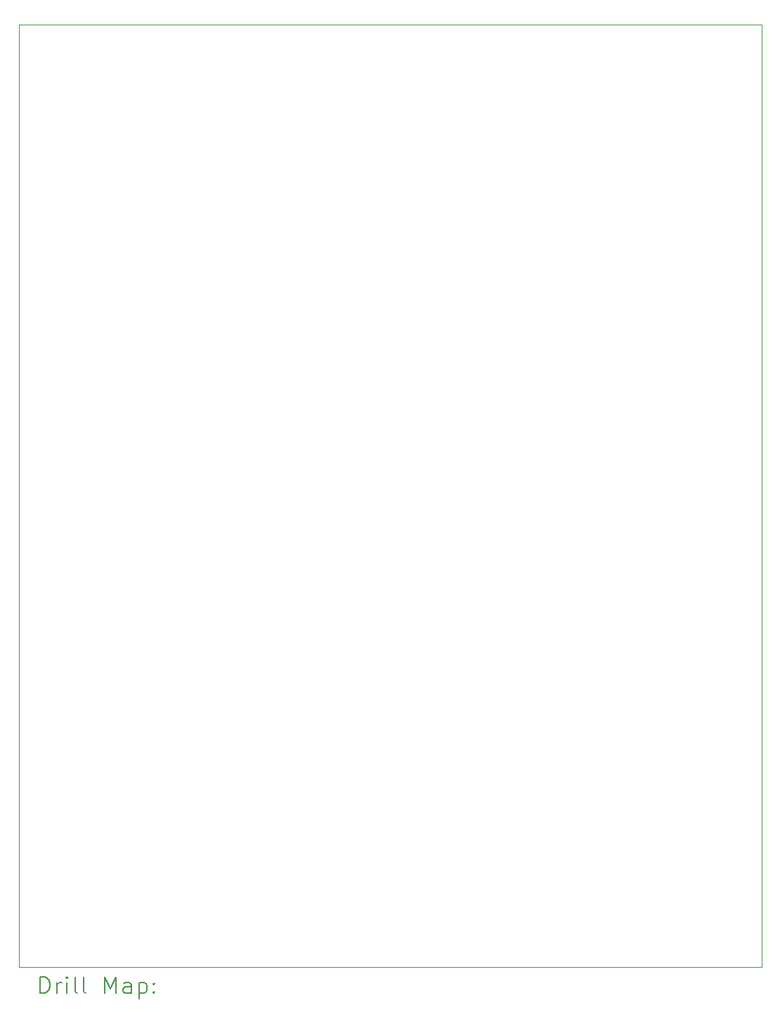
<source format=gbr>
%TF.GenerationSoftware,KiCad,Pcbnew,8.0.1*%
%TF.CreationDate,2024-03-29T21:27:58-04:00*%
%TF.ProjectId,mandreko-deej,6d616e64-7265-46b6-9f2d-6465656a2e6b,rev?*%
%TF.SameCoordinates,Original*%
%TF.FileFunction,Drillmap*%
%TF.FilePolarity,Positive*%
%FSLAX45Y45*%
G04 Gerber Fmt 4.5, Leading zero omitted, Abs format (unit mm)*
G04 Created by KiCad (PCBNEW 8.0.1) date 2024-03-29 21:27:58*
%MOMM*%
%LPD*%
G01*
G04 APERTURE LIST*
%ADD10C,0.050000*%
%ADD11C,0.200000*%
G04 APERTURE END LIST*
D10*
X10800000Y-3950000D02*
X19750000Y-3950000D01*
X19750000Y-15300000D01*
X10800000Y-15300000D01*
X10800000Y-3950000D01*
D11*
X11058277Y-15613984D02*
X11058277Y-15413984D01*
X11058277Y-15413984D02*
X11105896Y-15413984D01*
X11105896Y-15413984D02*
X11134467Y-15423508D01*
X11134467Y-15423508D02*
X11153515Y-15442555D01*
X11153515Y-15442555D02*
X11163039Y-15461603D01*
X11163039Y-15461603D02*
X11172563Y-15499698D01*
X11172563Y-15499698D02*
X11172563Y-15528269D01*
X11172563Y-15528269D02*
X11163039Y-15566365D01*
X11163039Y-15566365D02*
X11153515Y-15585412D01*
X11153515Y-15585412D02*
X11134467Y-15604460D01*
X11134467Y-15604460D02*
X11105896Y-15613984D01*
X11105896Y-15613984D02*
X11058277Y-15613984D01*
X11258277Y-15613984D02*
X11258277Y-15480650D01*
X11258277Y-15518746D02*
X11267801Y-15499698D01*
X11267801Y-15499698D02*
X11277324Y-15490174D01*
X11277324Y-15490174D02*
X11296372Y-15480650D01*
X11296372Y-15480650D02*
X11315420Y-15480650D01*
X11382086Y-15613984D02*
X11382086Y-15480650D01*
X11382086Y-15413984D02*
X11372562Y-15423508D01*
X11372562Y-15423508D02*
X11382086Y-15433031D01*
X11382086Y-15433031D02*
X11391610Y-15423508D01*
X11391610Y-15423508D02*
X11382086Y-15413984D01*
X11382086Y-15413984D02*
X11382086Y-15433031D01*
X11505896Y-15613984D02*
X11486848Y-15604460D01*
X11486848Y-15604460D02*
X11477324Y-15585412D01*
X11477324Y-15585412D02*
X11477324Y-15413984D01*
X11610658Y-15613984D02*
X11591610Y-15604460D01*
X11591610Y-15604460D02*
X11582086Y-15585412D01*
X11582086Y-15585412D02*
X11582086Y-15413984D01*
X11839229Y-15613984D02*
X11839229Y-15413984D01*
X11839229Y-15413984D02*
X11905896Y-15556841D01*
X11905896Y-15556841D02*
X11972562Y-15413984D01*
X11972562Y-15413984D02*
X11972562Y-15613984D01*
X12153515Y-15613984D02*
X12153515Y-15509222D01*
X12153515Y-15509222D02*
X12143991Y-15490174D01*
X12143991Y-15490174D02*
X12124943Y-15480650D01*
X12124943Y-15480650D02*
X12086848Y-15480650D01*
X12086848Y-15480650D02*
X12067801Y-15490174D01*
X12153515Y-15604460D02*
X12134467Y-15613984D01*
X12134467Y-15613984D02*
X12086848Y-15613984D01*
X12086848Y-15613984D02*
X12067801Y-15604460D01*
X12067801Y-15604460D02*
X12058277Y-15585412D01*
X12058277Y-15585412D02*
X12058277Y-15566365D01*
X12058277Y-15566365D02*
X12067801Y-15547317D01*
X12067801Y-15547317D02*
X12086848Y-15537793D01*
X12086848Y-15537793D02*
X12134467Y-15537793D01*
X12134467Y-15537793D02*
X12153515Y-15528269D01*
X12248753Y-15480650D02*
X12248753Y-15680650D01*
X12248753Y-15490174D02*
X12267801Y-15480650D01*
X12267801Y-15480650D02*
X12305896Y-15480650D01*
X12305896Y-15480650D02*
X12324943Y-15490174D01*
X12324943Y-15490174D02*
X12334467Y-15499698D01*
X12334467Y-15499698D02*
X12343991Y-15518746D01*
X12343991Y-15518746D02*
X12343991Y-15575888D01*
X12343991Y-15575888D02*
X12334467Y-15594936D01*
X12334467Y-15594936D02*
X12324943Y-15604460D01*
X12324943Y-15604460D02*
X12305896Y-15613984D01*
X12305896Y-15613984D02*
X12267801Y-15613984D01*
X12267801Y-15613984D02*
X12248753Y-15604460D01*
X12429705Y-15594936D02*
X12439229Y-15604460D01*
X12439229Y-15604460D02*
X12429705Y-15613984D01*
X12429705Y-15613984D02*
X12420182Y-15604460D01*
X12420182Y-15604460D02*
X12429705Y-15594936D01*
X12429705Y-15594936D02*
X12429705Y-15613984D01*
X12429705Y-15490174D02*
X12439229Y-15499698D01*
X12439229Y-15499698D02*
X12429705Y-15509222D01*
X12429705Y-15509222D02*
X12420182Y-15499698D01*
X12420182Y-15499698D02*
X12429705Y-15490174D01*
X12429705Y-15490174D02*
X12429705Y-15509222D01*
M02*

</source>
